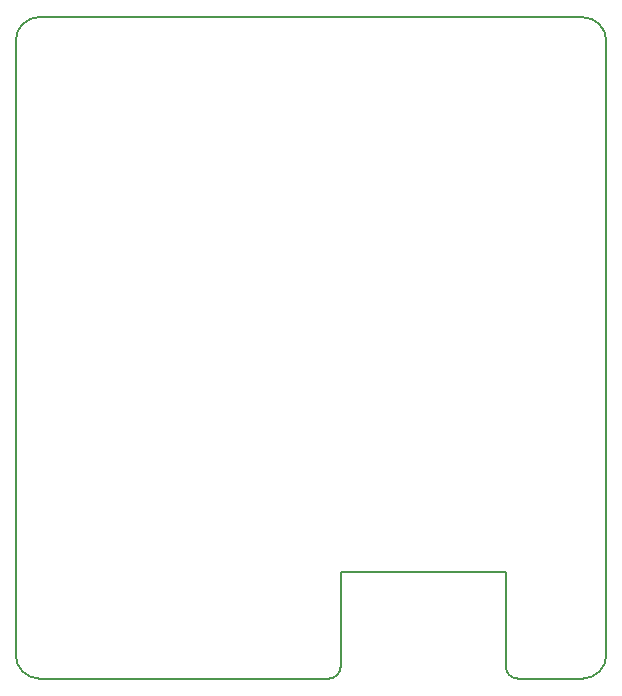
<source format=gbr>
G04 (created by PCBNEW (2013-07-07 BZR 4022)-stable) date 2015/3/10 10:19:11*
%MOIN*%
G04 Gerber Fmt 3.4, Leading zero omitted, Abs format*
%FSLAX34Y34*%
G01*
G70*
G90*
G04 APERTURE LIST*
%ADD10C,0.00590551*%
G04 APERTURE END LIST*
G54D10*
X47834Y-52755D02*
X50000Y-52755D01*
X31889Y-30708D02*
X50000Y-30708D01*
X41535Y-52755D02*
X31889Y-52755D01*
X50787Y-31496D02*
G75*
G03X50000Y-30708I-787J0D01*
G74*
G01*
X50787Y-51968D02*
X50787Y-31496D01*
X50000Y-52755D02*
G75*
G03X50787Y-51968I0J787D01*
G74*
G01*
X47440Y-52362D02*
G75*
G03X47834Y-52755I393J0D01*
G74*
G01*
X47440Y-49212D02*
X47440Y-52362D01*
X41929Y-52362D02*
X41929Y-49212D01*
X41535Y-52755D02*
G75*
G03X41929Y-52362I0J393D01*
G74*
G01*
X31102Y-31496D02*
X31102Y-51968D01*
X31889Y-30708D02*
G75*
G03X31102Y-31496I0J-787D01*
G74*
G01*
X41929Y-49212D02*
X47440Y-49212D01*
X31102Y-51968D02*
G75*
G03X31889Y-52755I787J0D01*
G74*
G01*
M02*

</source>
